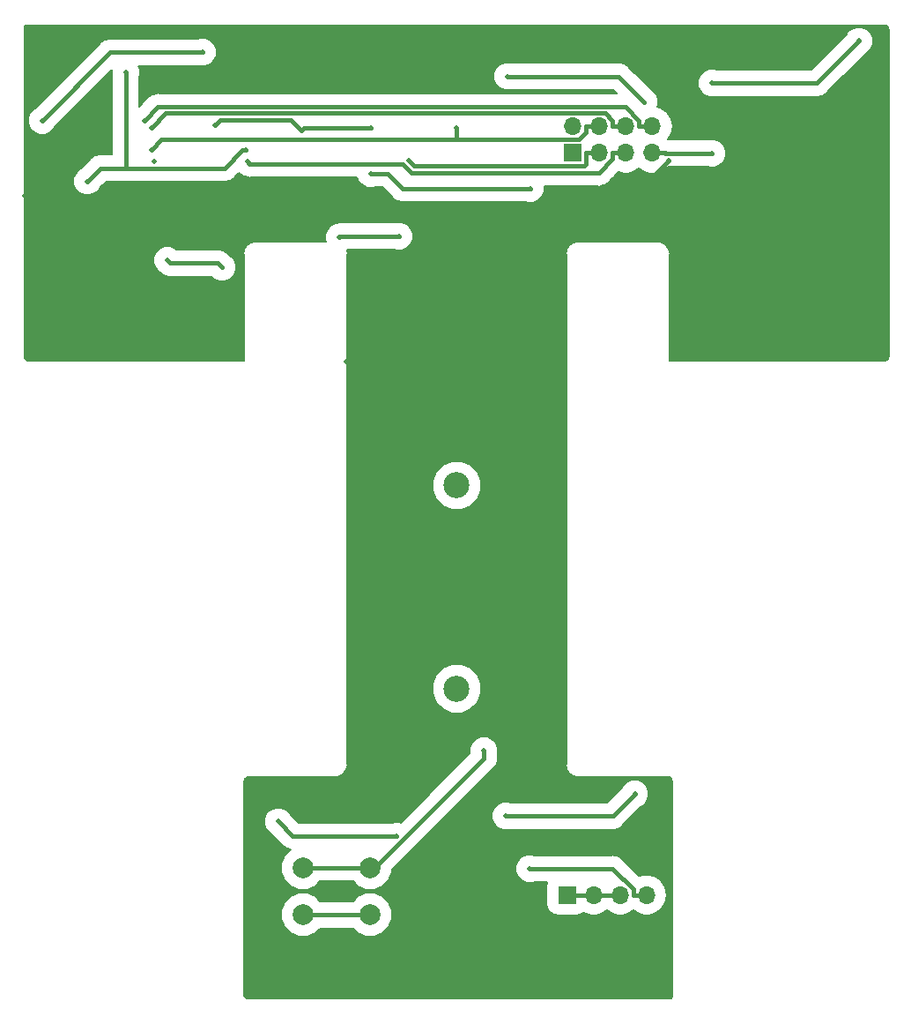
<source format=gbr>
G04 #@! TF.GenerationSoftware,KiCad,Pcbnew,(5.0.0)*
G04 #@! TF.CreationDate,2019-03-24T20:36:12-04:00*
G04 #@! TF.ProjectId,WS2812B Tiny T,575332383132422054696E7920542E6B,rev?*
G04 #@! TF.SameCoordinates,Original*
G04 #@! TF.FileFunction,Copper,L2,Bot,Signal*
G04 #@! TF.FilePolarity,Positive*
%FSLAX46Y46*%
G04 Gerber Fmt 4.6, Leading zero omitted, Abs format (unit mm)*
G04 Created by KiCad (PCBNEW (5.0.0)) date 03/24/19 20:36:12*
%MOMM*%
%LPD*%
G01*
G04 APERTURE LIST*
G04 #@! TA.AperFunction,ComponentPad*
%ADD10C,2.500000*%
G04 #@! TD*
G04 #@! TA.AperFunction,ComponentPad*
%ADD11O,1.700000X1.700000*%
G04 #@! TD*
G04 #@! TA.AperFunction,ComponentPad*
%ADD12R,1.700000X1.700000*%
G04 #@! TD*
G04 #@! TA.AperFunction,ComponentPad*
%ADD13C,2.000000*%
G04 #@! TD*
G04 #@! TA.AperFunction,ViaPad*
%ADD14C,0.500000*%
G04 #@! TD*
G04 #@! TA.AperFunction,Conductor*
%ADD15C,0.400000*%
G04 #@! TD*
G04 #@! TA.AperFunction,Conductor*
%ADD16C,0.200000*%
G04 #@! TD*
G04 APERTURE END LIST*
D10*
G04 #@! TO.P,J1,1*
G04 #@! TO.N,Net-(J1-Pad1)*
X127512000Y-121412000D03*
G04 #@! TO.P,J1,2*
G04 #@! TO.N,+BATT*
X127512000Y-101912000D03*
G04 #@! TD*
D11*
G04 #@! TO.P,J2,4*
G04 #@! TO.N,GND*
X145732000Y-141222500D03*
G04 #@! TO.P,J2,3*
G04 #@! TO.N,Net-(J1-Pad1)*
X143192000Y-141222500D03*
G04 #@! TO.P,J2,2*
X140652000Y-141222500D03*
D12*
G04 #@! TO.P,J2,1*
X138112000Y-141222500D03*
G04 #@! TD*
D13*
G04 #@! TO.P,SW1,1*
G04 #@! TO.N,BTN*
X119212000Y-138622500D03*
G04 #@! TO.P,SW1,2*
G04 #@! TO.N,GND*
X119212000Y-143122500D03*
G04 #@! TO.P,SW1,1*
G04 #@! TO.N,BTN*
X112712000Y-138622500D03*
G04 #@! TO.P,SW1,2*
G04 #@! TO.N,GND*
X112712000Y-143122500D03*
G04 #@! TD*
D11*
G04 #@! TO.P,J3,8*
G04 #@! TO.N,PB0*
X146300000Y-67453500D03*
G04 #@! TO.P,J3,7*
G04 #@! TO.N,GND*
X146300000Y-69993500D03*
G04 #@! TO.P,J3,6*
G04 #@! TO.N,DIN*
X143760000Y-67453500D03*
G04 #@! TO.P,J3,5*
G04 #@! TO.N,PB4*
X143760000Y-69993500D03*
G04 #@! TO.P,J3,4*
G04 #@! TO.N,BTN*
X141220000Y-67453500D03*
G04 #@! TO.P,J3,3*
G04 #@! TO.N,PB3*
X141220000Y-69993500D03*
G04 #@! TO.P,J3,2*
G04 #@! TO.N,+5V*
X138680000Y-67453500D03*
D12*
G04 #@! TO.P,J3,1*
G04 #@! TO.N,RST*
X138680000Y-69993500D03*
G04 #@! TD*
D14*
G04 #@! TO.N,GND*
X116225100Y-78067800D03*
X121955500Y-77972000D03*
X134531300Y-138692800D03*
X152047700Y-70009700D03*
X107251500Y-69723000D03*
X92011500Y-72707500D03*
X95707000Y-62242500D03*
X112585500Y-67818000D03*
X104267000Y-67310000D03*
X119253000Y-67564000D03*
G04 #@! TO.N,+5V*
X147889500Y-70724800D03*
X142424800Y-72576000D03*
X130401700Y-89446100D03*
X160326200Y-82232500D03*
X130401700Y-75425300D03*
X98440400Y-70777100D03*
X134874000Y-144770800D03*
X124268700Y-144767300D03*
X122237700Y-144907100D03*
X95270000Y-85077300D03*
X95270000Y-82080100D03*
X160906300Y-84518500D03*
X129786300Y-92087700D03*
X116931700Y-90055700D03*
X85951700Y-74104500D03*
X116027200Y-130712100D03*
X137273400Y-59042500D03*
G04 #@! TO.N,DIN*
X98179100Y-67549200D03*
G04 #@! TO.N,Net-(U4-Pad2)*
X103067500Y-60337300D03*
X87676300Y-66875700D03*
G04 #@! TO.N,Net-(U8-Pad2)*
X132397900Y-62628200D03*
X145535500Y-65088700D03*
G04 #@! TO.N,Net-(U10-Pad2)*
X166160800Y-59240000D03*
X152047700Y-63300500D03*
G04 #@! TO.N,Net-(U24-Pad2)*
X144618900Y-131522200D03*
X132217200Y-133637400D03*
G04 #@! TO.N,Net-(U30-Pad2)*
X121751400Y-135565400D03*
X110356800Y-134167800D03*
G04 #@! TO.N,BTN*
X130128100Y-127357400D03*
X127509500Y-67577200D03*
X98179100Y-69678300D03*
G04 #@! TO.N,Net-(U39-Pad2)*
X99720400Y-80302100D03*
X104952800Y-80962500D03*
G04 #@! TO.N,PB3*
X122938600Y-70749800D03*
G04 #@! TO.N,PB4*
X107378500Y-70802500D03*
G04 #@! TO.N,PB0*
X97498000Y-66864000D03*
G04 #@! TO.N,RST*
X119227600Y-71970900D03*
X134569200Y-73393300D03*
G04 #@! TD*
D15*
G04 #@! TO.N,GND*
X121955500Y-77972000D02*
X116320900Y-77972000D01*
X116320900Y-77972000D02*
X116225100Y-78067800D01*
X145732000Y-141222500D02*
X144471700Y-141222500D01*
X144471700Y-141222500D02*
X144471700Y-140671100D01*
X144471700Y-140671100D02*
X142493400Y-138692800D01*
X142493400Y-138692800D02*
X134531300Y-138692800D01*
X146300000Y-69993500D02*
X147560300Y-69993500D01*
X152047700Y-70009700D02*
X147576500Y-70009700D01*
X147576500Y-70009700D02*
X147560300Y-69993500D01*
X112712000Y-143122500D02*
X119212000Y-143122500D01*
X107251500Y-69723000D02*
X106897947Y-69723000D01*
X106897947Y-69723000D02*
X105183846Y-71437101D01*
X94043101Y-71437101D02*
X93281899Y-71437101D01*
X93281899Y-71437101D02*
X92011500Y-72707500D01*
X95707000Y-71386101D02*
X95758000Y-71437101D01*
X95707000Y-62242500D02*
X95707000Y-71386101D01*
X105183846Y-71437101D02*
X95758000Y-71437101D01*
X95758000Y-71437101D02*
X94043101Y-71437101D01*
X111552410Y-66784910D02*
X104792090Y-66784910D01*
X112585500Y-67818000D02*
X111552410Y-66784910D01*
X104792090Y-66784910D02*
X104267000Y-67310000D01*
X112839500Y-67564000D02*
X112585500Y-67818000D01*
X119253000Y-67564000D02*
X112839500Y-67564000D01*
G04 #@! TO.N,+5V*
X142424800Y-72576000D02*
X146038300Y-72576000D01*
X146038300Y-72576000D02*
X147889500Y-70724800D01*
G04 #@! TO.N,DIN*
X143760000Y-67453500D02*
X142499700Y-67453500D01*
X98179100Y-67549200D02*
X99553400Y-66174900D01*
X99553400Y-66174900D02*
X141743400Y-66174900D01*
X141743400Y-66174900D02*
X142499700Y-66931200D01*
X142499700Y-66931200D02*
X142499700Y-67453500D01*
G04 #@! TO.N,Net-(U4-Pad2)*
X87676300Y-66875700D02*
X94214700Y-60337300D01*
X94214700Y-60337300D02*
X103067500Y-60337300D01*
G04 #@! TO.N,Net-(U8-Pad2)*
X145535500Y-65088700D02*
X143075000Y-62628200D01*
X143075000Y-62628200D02*
X132397900Y-62628200D01*
G04 #@! TO.N,Net-(U10-Pad2)*
X152047700Y-63300500D02*
X162100300Y-63300500D01*
X162100300Y-63300500D02*
X166160800Y-59240000D01*
G04 #@! TO.N,Net-(U24-Pad2)*
X132217200Y-133637400D02*
X142503700Y-133637400D01*
X142503700Y-133637400D02*
X144618900Y-131522200D01*
G04 #@! TO.N,Net-(U30-Pad2)*
X110356800Y-134167800D02*
X111754400Y-135565400D01*
X111754400Y-135565400D02*
X121751400Y-135565400D01*
G04 #@! TO.N,Net-(J1-Pad1)*
X140652000Y-141222500D02*
X143192000Y-141222500D01*
X138112000Y-141222500D02*
X140652000Y-141222500D01*
G04 #@! TO.N,BTN*
X119212000Y-138622500D02*
X119628100Y-138622500D01*
X119628100Y-138622500D02*
X130128100Y-128122500D01*
X130128100Y-128122500D02*
X130128100Y-127357400D01*
X127509500Y-68713800D02*
X99143600Y-68713800D01*
X99143600Y-68713800D02*
X98179100Y-69678300D01*
X139959700Y-67453500D02*
X139959700Y-68005000D01*
X139959700Y-68005000D02*
X139250900Y-68713800D01*
X139250900Y-68713800D02*
X127509500Y-68713800D01*
X127509500Y-68713800D02*
X127509500Y-67577200D01*
X112712000Y-138622500D02*
X119212000Y-138622500D01*
X141220000Y-67453500D02*
X139959700Y-67453500D01*
G04 #@! TO.N,Net-(U39-Pad2)*
X99970399Y-80552099D02*
X101341999Y-80552099D01*
X99720400Y-80302100D02*
X99970399Y-80552099D01*
X101341999Y-80552099D02*
X101346000Y-80556100D01*
X101346000Y-80556100D02*
X104546400Y-80556100D01*
X104546400Y-80556100D02*
X104952800Y-80962500D01*
G04 #@! TO.N,PB3*
X141220000Y-69993500D02*
X139959700Y-69993500D01*
X122938600Y-70749800D02*
X123442700Y-71253900D01*
X123442700Y-71253900D02*
X139775100Y-71253900D01*
X139775100Y-71253900D02*
X139959700Y-71069300D01*
X139959700Y-71069300D02*
X139959700Y-69993500D01*
G04 #@! TO.N,PB4*
X143760000Y-69993500D02*
X142499700Y-69993500D01*
X142499700Y-69993500D02*
X142499700Y-70544900D01*
X142499700Y-70544900D02*
X141158500Y-71886100D01*
X141158500Y-71886100D02*
X123124600Y-71886100D01*
X123124600Y-71886100D02*
X122278200Y-71039700D01*
X122278200Y-71039700D02*
X107615700Y-71039700D01*
X107615700Y-71039700D02*
X107378500Y-70802500D01*
G04 #@! TO.N,PB0*
X97498000Y-66864000D02*
X98799900Y-65562100D01*
X98799900Y-65562100D02*
X143699700Y-65562100D01*
X143699700Y-65562100D02*
X145039700Y-66902100D01*
X145039700Y-66902100D02*
X145039700Y-67453500D01*
X146300000Y-67453500D02*
X145039700Y-67453500D01*
G04 #@! TO.N,RST*
X119227600Y-71970900D02*
X120904000Y-71970900D01*
X120904000Y-71970900D02*
X122326400Y-73393300D01*
X122326400Y-73393300D02*
X134569200Y-73393300D01*
G04 #@! TD*
D16*
G04 #@! TO.N,+5V*
G36*
X168763810Y-57787609D02*
X168859996Y-57839509D01*
X168934186Y-57919767D01*
X168987935Y-58041345D01*
X169005000Y-58176426D01*
X169005001Y-89501378D01*
X168970891Y-89706310D01*
X168918991Y-89802497D01*
X168838734Y-89876685D01*
X168717155Y-89930435D01*
X168582074Y-89947500D01*
X147987000Y-89947500D01*
X147987000Y-79808224D01*
X148010019Y-79692500D01*
X147918825Y-79234038D01*
X147659127Y-78845373D01*
X147270462Y-78585675D01*
X146927724Y-78517500D01*
X146812000Y-78494481D01*
X146696276Y-78517500D01*
X139307724Y-78517500D01*
X139192000Y-78494481D01*
X139076276Y-78517500D01*
X138733538Y-78585675D01*
X138344873Y-78845373D01*
X138085175Y-79234038D01*
X137993981Y-79692500D01*
X138017000Y-79808224D01*
X138017001Y-128598771D01*
X137993981Y-128714500D01*
X138085175Y-129172962D01*
X138344873Y-129561627D01*
X138733538Y-129821325D01*
X139076276Y-129889500D01*
X139192000Y-129912519D01*
X139307724Y-129889500D01*
X147730883Y-129889500D01*
X147935810Y-129923609D01*
X148031996Y-129975509D01*
X148106186Y-130055767D01*
X148159935Y-130177345D01*
X148177000Y-130312426D01*
X148177001Y-150963697D01*
X148154238Y-151092792D01*
X148140890Y-151115912D01*
X148120436Y-151133074D01*
X148046021Y-151160159D01*
X148030697Y-151161500D01*
X107539116Y-151161500D01*
X107334190Y-151127391D01*
X107238003Y-151075491D01*
X107163815Y-150995234D01*
X107110065Y-150873655D01*
X107093000Y-150738574D01*
X107093000Y-142704784D01*
X110612000Y-142704784D01*
X110612000Y-143540216D01*
X110931706Y-144312054D01*
X111522446Y-144902794D01*
X112294284Y-145222500D01*
X113129716Y-145222500D01*
X113901554Y-144902794D01*
X114381848Y-144422500D01*
X117542152Y-144422500D01*
X118022446Y-144902794D01*
X118794284Y-145222500D01*
X119629716Y-145222500D01*
X120401554Y-144902794D01*
X120992294Y-144312054D01*
X121312000Y-143540216D01*
X121312000Y-142704784D01*
X120992294Y-141932946D01*
X120401554Y-141342206D01*
X119629716Y-141022500D01*
X118794284Y-141022500D01*
X118022446Y-141342206D01*
X117542152Y-141822500D01*
X114381848Y-141822500D01*
X113901554Y-141342206D01*
X113129716Y-141022500D01*
X112294284Y-141022500D01*
X111522446Y-141342206D01*
X110931706Y-141932946D01*
X110612000Y-142704784D01*
X107093000Y-142704784D01*
X107093000Y-133899268D01*
X109006800Y-133899268D01*
X109006800Y-134436332D01*
X109212325Y-134932514D01*
X109592086Y-135312275D01*
X109712800Y-135362276D01*
X110744626Y-136394102D01*
X110817153Y-136502647D01*
X111247165Y-136789973D01*
X111520341Y-136844311D01*
X110931706Y-137432946D01*
X110612000Y-138204784D01*
X110612000Y-139040216D01*
X110931706Y-139812054D01*
X111522446Y-140402794D01*
X112294284Y-140722500D01*
X113129716Y-140722500D01*
X113901554Y-140402794D01*
X114381848Y-139922500D01*
X117542152Y-139922500D01*
X118022446Y-140402794D01*
X118794284Y-140722500D01*
X119629716Y-140722500D01*
X120401554Y-140402794D01*
X120992294Y-139812054D01*
X121312000Y-139040216D01*
X121312000Y-138777076D01*
X121664808Y-138424268D01*
X133181300Y-138424268D01*
X133181300Y-138961332D01*
X133386825Y-139457514D01*
X133766586Y-139837275D01*
X134262768Y-140042800D01*
X134799832Y-140042800D01*
X134920543Y-139992800D01*
X136215977Y-139992800D01*
X136140450Y-140372500D01*
X136140450Y-142072500D01*
X136225823Y-142501699D01*
X136468944Y-142865556D01*
X136832801Y-143108677D01*
X137262000Y-143194050D01*
X138962000Y-143194050D01*
X139391199Y-143108677D01*
X139678079Y-142916991D01*
X139891148Y-143059359D01*
X140459946Y-143172500D01*
X140844054Y-143172500D01*
X141412852Y-143059359D01*
X141922000Y-142719157D01*
X142431148Y-143059359D01*
X142999946Y-143172500D01*
X143384054Y-143172500D01*
X143952852Y-143059359D01*
X144462000Y-142719157D01*
X144971148Y-143059359D01*
X145539946Y-143172500D01*
X145924054Y-143172500D01*
X146492852Y-143059359D01*
X147137871Y-142628371D01*
X147568859Y-141983352D01*
X147720202Y-141222500D01*
X147568859Y-140461648D01*
X147137871Y-139816629D01*
X146492852Y-139385641D01*
X145924054Y-139272500D01*
X145539946Y-139272500D01*
X145015830Y-139376753D01*
X143503176Y-137864100D01*
X143430647Y-137755553D01*
X143000635Y-137468227D01*
X142621437Y-137392800D01*
X142621433Y-137392800D01*
X142493400Y-137367333D01*
X142365367Y-137392800D01*
X134920543Y-137392800D01*
X134799832Y-137342800D01*
X134262768Y-137342800D01*
X133766586Y-137548325D01*
X133386825Y-137928086D01*
X133181300Y-138424268D01*
X121664808Y-138424268D01*
X126720209Y-133368868D01*
X130867200Y-133368868D01*
X130867200Y-133905932D01*
X131072725Y-134402114D01*
X131452486Y-134781875D01*
X131948668Y-134987400D01*
X132485732Y-134987400D01*
X132606443Y-134937400D01*
X142375667Y-134937400D01*
X142503700Y-134962867D01*
X142631733Y-134937400D01*
X142631737Y-134937400D01*
X143010935Y-134861973D01*
X143440947Y-134574647D01*
X143513476Y-134466100D01*
X145262901Y-132716676D01*
X145383614Y-132666675D01*
X145763375Y-132286914D01*
X145968900Y-131790732D01*
X145968900Y-131253668D01*
X145763375Y-130757486D01*
X145383614Y-130377725D01*
X144887432Y-130172200D01*
X144350368Y-130172200D01*
X143854186Y-130377725D01*
X143474425Y-130757486D01*
X143424424Y-130878199D01*
X141965224Y-132337400D01*
X132606443Y-132337400D01*
X132485732Y-132287400D01*
X131948668Y-132287400D01*
X131452486Y-132492925D01*
X131072725Y-132872686D01*
X130867200Y-133368868D01*
X126720209Y-133368868D01*
X130956806Y-129132272D01*
X131065347Y-129059747D01*
X131137872Y-128951206D01*
X131137874Y-128951204D01*
X131267142Y-128757740D01*
X131352673Y-128629735D01*
X131428100Y-128250537D01*
X131428100Y-128250532D01*
X131453567Y-128122501D01*
X131428100Y-127994469D01*
X131428100Y-127746643D01*
X131478100Y-127625932D01*
X131478100Y-127088868D01*
X131272575Y-126592686D01*
X130892814Y-126212925D01*
X130396632Y-126007400D01*
X129859568Y-126007400D01*
X129363386Y-126212925D01*
X128983625Y-126592686D01*
X128778100Y-127088868D01*
X128778100Y-127625932D01*
X128780470Y-127631653D01*
X122144942Y-134267181D01*
X122019932Y-134215400D01*
X121482868Y-134215400D01*
X121362157Y-134265400D01*
X112292877Y-134265400D01*
X111551276Y-133523800D01*
X111501275Y-133403086D01*
X111121514Y-133023325D01*
X110625332Y-132817800D01*
X110088268Y-132817800D01*
X109592086Y-133023325D01*
X109212325Y-133403086D01*
X109006800Y-133899268D01*
X107093000Y-133899268D01*
X107093000Y-130335617D01*
X107127109Y-130130690D01*
X107179009Y-130034504D01*
X107259267Y-129960314D01*
X107380845Y-129906565D01*
X107515926Y-129889500D01*
X115708276Y-129889500D01*
X115824000Y-129912519D01*
X115939724Y-129889500D01*
X116282462Y-129821325D01*
X116671127Y-129561627D01*
X116930825Y-129172962D01*
X117022019Y-128714500D01*
X116999000Y-128598776D01*
X116999000Y-120944556D01*
X125162000Y-120944556D01*
X125162000Y-121879444D01*
X125519766Y-122743168D01*
X126180832Y-123404234D01*
X127044556Y-123762000D01*
X127979444Y-123762000D01*
X128843168Y-123404234D01*
X129504234Y-122743168D01*
X129862000Y-121879444D01*
X129862000Y-120944556D01*
X129504234Y-120080832D01*
X128843168Y-119419766D01*
X127979444Y-119062000D01*
X127044556Y-119062000D01*
X126180832Y-119419766D01*
X125519766Y-120080832D01*
X125162000Y-120944556D01*
X116999000Y-120944556D01*
X116999000Y-101444556D01*
X125162000Y-101444556D01*
X125162000Y-102379444D01*
X125519766Y-103243168D01*
X126180832Y-103904234D01*
X127044556Y-104262000D01*
X127979444Y-104262000D01*
X128843168Y-103904234D01*
X129504234Y-103243168D01*
X129862000Y-102379444D01*
X129862000Y-101444556D01*
X129504234Y-100580832D01*
X128843168Y-99919766D01*
X127979444Y-99562000D01*
X127044556Y-99562000D01*
X126180832Y-99919766D01*
X125519766Y-100580832D01*
X125162000Y-101444556D01*
X116999000Y-101444556D01*
X116999000Y-79808224D01*
X117022019Y-79692500D01*
X116938376Y-79272000D01*
X121566257Y-79272000D01*
X121686968Y-79322000D01*
X122224032Y-79322000D01*
X122720214Y-79116475D01*
X123099975Y-78736714D01*
X123305500Y-78240532D01*
X123305500Y-77703468D01*
X123099975Y-77207286D01*
X122720214Y-76827525D01*
X122224032Y-76622000D01*
X121686968Y-76622000D01*
X121566257Y-76672000D01*
X116448933Y-76672000D01*
X116320900Y-76646533D01*
X116192867Y-76672000D01*
X116192863Y-76672000D01*
X115962610Y-76717800D01*
X115956568Y-76717800D01*
X115950986Y-76720112D01*
X115813665Y-76747427D01*
X115697252Y-76825212D01*
X115460386Y-76923325D01*
X115080625Y-77303086D01*
X114875100Y-77799268D01*
X114875100Y-78336332D01*
X114950142Y-78517500D01*
X108319724Y-78517500D01*
X108204000Y-78494481D01*
X108088276Y-78517500D01*
X107745538Y-78585675D01*
X107356873Y-78845373D01*
X107097175Y-79234038D01*
X107005981Y-79692500D01*
X107029000Y-79808224D01*
X107029001Y-89947500D01*
X86457116Y-89947500D01*
X86252190Y-89913391D01*
X86156003Y-89861491D01*
X86081815Y-89781234D01*
X86028065Y-89659655D01*
X86011000Y-89524574D01*
X86011000Y-80033568D01*
X98370400Y-80033568D01*
X98370400Y-80570632D01*
X98575925Y-81066814D01*
X98955686Y-81446575D01*
X99023282Y-81474574D01*
X99033152Y-81489346D01*
X99463164Y-81776672D01*
X99842362Y-81852099D01*
X99842366Y-81852099D01*
X99970399Y-81877566D01*
X100098432Y-81852099D01*
X101197849Y-81852099D01*
X101217963Y-81856100D01*
X101217968Y-81856100D01*
X101345999Y-81881567D01*
X101474031Y-81856100D01*
X103937211Y-81856100D01*
X104188086Y-82106975D01*
X104684268Y-82312500D01*
X105221332Y-82312500D01*
X105717514Y-82106975D01*
X106097275Y-81727214D01*
X106302800Y-81231032D01*
X106302800Y-80693968D01*
X106097275Y-80197786D01*
X105717514Y-79818025D01*
X105596800Y-79768024D01*
X105556176Y-79727399D01*
X105483647Y-79618853D01*
X105053635Y-79331527D01*
X104674437Y-79256100D01*
X104674433Y-79256100D01*
X104546400Y-79230633D01*
X104418367Y-79256100D01*
X101490150Y-79256100D01*
X101470036Y-79252099D01*
X101470032Y-79252099D01*
X101341999Y-79226632D01*
X101213966Y-79252099D01*
X100579588Y-79252099D01*
X100485114Y-79157625D01*
X99988932Y-78952100D01*
X99451868Y-78952100D01*
X98955686Y-79157625D01*
X98575925Y-79537386D01*
X98370400Y-80033568D01*
X86011000Y-80033568D01*
X86011000Y-66607168D01*
X86326300Y-66607168D01*
X86326300Y-67144232D01*
X86531825Y-67640414D01*
X86911586Y-68020175D01*
X87407768Y-68225700D01*
X87944832Y-68225700D01*
X88441014Y-68020175D01*
X88820775Y-67640414D01*
X88870776Y-67519700D01*
X94357000Y-62033477D01*
X94357000Y-62511032D01*
X94407000Y-62631743D01*
X94407001Y-70137101D01*
X93409930Y-70137101D01*
X93281898Y-70111634D01*
X93153867Y-70137101D01*
X93153862Y-70137101D01*
X92774664Y-70212528D01*
X92618831Y-70316653D01*
X92453195Y-70427327D01*
X92453193Y-70427329D01*
X92344652Y-70499854D01*
X92272126Y-70608396D01*
X91367500Y-71513024D01*
X91246786Y-71563025D01*
X90867025Y-71942786D01*
X90661500Y-72438968D01*
X90661500Y-72976032D01*
X90867025Y-73472214D01*
X91246786Y-73851975D01*
X91742968Y-74057500D01*
X92280032Y-74057500D01*
X92776214Y-73851975D01*
X93155975Y-73472214D01*
X93205976Y-73351500D01*
X93820376Y-72737101D01*
X95629967Y-72737101D01*
X95758000Y-72762568D01*
X95886033Y-72737101D01*
X105055813Y-72737101D01*
X105183846Y-72762568D01*
X105311879Y-72737101D01*
X105311883Y-72737101D01*
X105691081Y-72661674D01*
X106121093Y-72374348D01*
X106193622Y-72265801D01*
X106563117Y-71896306D01*
X106613786Y-71946975D01*
X106675509Y-71972542D01*
X106678453Y-71976947D01*
X107108465Y-72264273D01*
X107487663Y-72339700D01*
X107487668Y-72339700D01*
X107615699Y-72365167D01*
X107743731Y-72339700D01*
X117919132Y-72339700D01*
X118083125Y-72735614D01*
X118462886Y-73115375D01*
X118959068Y-73320900D01*
X119496132Y-73320900D01*
X119616843Y-73270900D01*
X120365523Y-73270900D01*
X121316627Y-74222005D01*
X121389153Y-74330547D01*
X121497694Y-74403072D01*
X121497696Y-74403074D01*
X121617160Y-74482897D01*
X121819165Y-74617873D01*
X122198363Y-74693300D01*
X122198368Y-74693300D01*
X122326399Y-74718767D01*
X122454431Y-74693300D01*
X134179957Y-74693300D01*
X134300668Y-74743300D01*
X134837732Y-74743300D01*
X135333914Y-74537775D01*
X135713675Y-74158014D01*
X135919200Y-73661832D01*
X135919200Y-73186100D01*
X141030467Y-73186100D01*
X141158500Y-73211567D01*
X141286533Y-73186100D01*
X141286537Y-73186100D01*
X141665735Y-73110673D01*
X142095747Y-72823347D01*
X142168276Y-72714800D01*
X143043830Y-71839247D01*
X143567946Y-71943500D01*
X143952054Y-71943500D01*
X144520852Y-71830359D01*
X145030000Y-71490157D01*
X145539148Y-71830359D01*
X146107946Y-71943500D01*
X146492054Y-71943500D01*
X147060852Y-71830359D01*
X147705871Y-71399371D01*
X147765787Y-71309700D01*
X151658457Y-71309700D01*
X151779168Y-71359700D01*
X152316232Y-71359700D01*
X152812414Y-71154175D01*
X153192175Y-70774414D01*
X153397700Y-70278232D01*
X153397700Y-69741168D01*
X153192175Y-69244986D01*
X152812414Y-68865225D01*
X152316232Y-68659700D01*
X151779168Y-68659700D01*
X151658457Y-68709700D01*
X147805878Y-68709700D01*
X148136859Y-68214352D01*
X148288202Y-67453500D01*
X148136859Y-66692648D01*
X147705871Y-66047629D01*
X147060852Y-65616641D01*
X146799576Y-65564670D01*
X146885500Y-65357232D01*
X146885500Y-64820168D01*
X146679975Y-64323986D01*
X146300214Y-63944225D01*
X146179502Y-63894225D01*
X145317245Y-63031968D01*
X150697700Y-63031968D01*
X150697700Y-63569032D01*
X150903225Y-64065214D01*
X151282986Y-64444975D01*
X151779168Y-64650500D01*
X152316232Y-64650500D01*
X152436943Y-64600500D01*
X161972267Y-64600500D01*
X162100300Y-64625967D01*
X162228333Y-64600500D01*
X162228337Y-64600500D01*
X162607535Y-64525073D01*
X163037547Y-64237747D01*
X163110076Y-64129200D01*
X166804803Y-60434475D01*
X166925514Y-60384475D01*
X167305275Y-60004714D01*
X167510800Y-59508532D01*
X167510800Y-58971468D01*
X167305275Y-58475286D01*
X166925514Y-58095525D01*
X166429332Y-57890000D01*
X165892268Y-57890000D01*
X165396086Y-58095525D01*
X165016325Y-58475286D01*
X164966325Y-58595997D01*
X161561824Y-62000500D01*
X152436943Y-62000500D01*
X152316232Y-61950500D01*
X151779168Y-61950500D01*
X151282986Y-62156025D01*
X150903225Y-62535786D01*
X150697700Y-63031968D01*
X145317245Y-63031968D01*
X144084776Y-61799500D01*
X144012247Y-61690953D01*
X143582235Y-61403627D01*
X143203037Y-61328200D01*
X143203033Y-61328200D01*
X143075000Y-61302733D01*
X142946967Y-61328200D01*
X132787143Y-61328200D01*
X132666432Y-61278200D01*
X132129368Y-61278200D01*
X131633186Y-61483725D01*
X131253425Y-61863486D01*
X131047900Y-62359668D01*
X131047900Y-62896732D01*
X131253425Y-63392914D01*
X131633186Y-63772675D01*
X132129368Y-63978200D01*
X132666432Y-63978200D01*
X132787143Y-63928200D01*
X142536524Y-63928200D01*
X142870423Y-64262100D01*
X98927933Y-64262100D01*
X98799900Y-64236633D01*
X98671867Y-64262100D01*
X98671863Y-64262100D01*
X98292665Y-64337527D01*
X97862653Y-64624853D01*
X97790126Y-64733398D01*
X97007000Y-65516524D01*
X97007000Y-62631743D01*
X97057000Y-62511032D01*
X97057000Y-61973968D01*
X96917548Y-61637300D01*
X102678257Y-61637300D01*
X102798968Y-61687300D01*
X103336032Y-61687300D01*
X103832214Y-61481775D01*
X104211975Y-61102014D01*
X104417500Y-60605832D01*
X104417500Y-60068768D01*
X104211975Y-59572586D01*
X103832214Y-59192825D01*
X103336032Y-58987300D01*
X102798968Y-58987300D01*
X102678257Y-59037300D01*
X94342733Y-59037300D01*
X94214700Y-59011833D01*
X94086667Y-59037300D01*
X94086663Y-59037300D01*
X93707465Y-59112727D01*
X93277453Y-59400053D01*
X93204926Y-59508597D01*
X87032300Y-65681224D01*
X86911586Y-65731225D01*
X86531825Y-66110986D01*
X86326300Y-66607168D01*
X86011000Y-66607168D01*
X86011000Y-57753500D01*
X168558883Y-57753500D01*
X168763810Y-57787609D01*
X168763810Y-57787609D01*
G37*
X168763810Y-57787609D02*
X168859996Y-57839509D01*
X168934186Y-57919767D01*
X168987935Y-58041345D01*
X169005000Y-58176426D01*
X169005001Y-89501378D01*
X168970891Y-89706310D01*
X168918991Y-89802497D01*
X168838734Y-89876685D01*
X168717155Y-89930435D01*
X168582074Y-89947500D01*
X147987000Y-89947500D01*
X147987000Y-79808224D01*
X148010019Y-79692500D01*
X147918825Y-79234038D01*
X147659127Y-78845373D01*
X147270462Y-78585675D01*
X146927724Y-78517500D01*
X146812000Y-78494481D01*
X146696276Y-78517500D01*
X139307724Y-78517500D01*
X139192000Y-78494481D01*
X139076276Y-78517500D01*
X138733538Y-78585675D01*
X138344873Y-78845373D01*
X138085175Y-79234038D01*
X137993981Y-79692500D01*
X138017000Y-79808224D01*
X138017001Y-128598771D01*
X137993981Y-128714500D01*
X138085175Y-129172962D01*
X138344873Y-129561627D01*
X138733538Y-129821325D01*
X139076276Y-129889500D01*
X139192000Y-129912519D01*
X139307724Y-129889500D01*
X147730883Y-129889500D01*
X147935810Y-129923609D01*
X148031996Y-129975509D01*
X148106186Y-130055767D01*
X148159935Y-130177345D01*
X148177000Y-130312426D01*
X148177001Y-150963697D01*
X148154238Y-151092792D01*
X148140890Y-151115912D01*
X148120436Y-151133074D01*
X148046021Y-151160159D01*
X148030697Y-151161500D01*
X107539116Y-151161500D01*
X107334190Y-151127391D01*
X107238003Y-151075491D01*
X107163815Y-150995234D01*
X107110065Y-150873655D01*
X107093000Y-150738574D01*
X107093000Y-142704784D01*
X110612000Y-142704784D01*
X110612000Y-143540216D01*
X110931706Y-144312054D01*
X111522446Y-144902794D01*
X112294284Y-145222500D01*
X113129716Y-145222500D01*
X113901554Y-144902794D01*
X114381848Y-144422500D01*
X117542152Y-144422500D01*
X118022446Y-144902794D01*
X118794284Y-145222500D01*
X119629716Y-145222500D01*
X120401554Y-144902794D01*
X120992294Y-144312054D01*
X121312000Y-143540216D01*
X121312000Y-142704784D01*
X120992294Y-141932946D01*
X120401554Y-141342206D01*
X119629716Y-141022500D01*
X118794284Y-141022500D01*
X118022446Y-141342206D01*
X117542152Y-141822500D01*
X114381848Y-141822500D01*
X113901554Y-141342206D01*
X113129716Y-141022500D01*
X112294284Y-141022500D01*
X111522446Y-141342206D01*
X110931706Y-141932946D01*
X110612000Y-142704784D01*
X107093000Y-142704784D01*
X107093000Y-133899268D01*
X109006800Y-133899268D01*
X109006800Y-134436332D01*
X109212325Y-134932514D01*
X109592086Y-135312275D01*
X109712800Y-135362276D01*
X110744626Y-136394102D01*
X110817153Y-136502647D01*
X111247165Y-136789973D01*
X111520341Y-136844311D01*
X110931706Y-137432946D01*
X110612000Y-138204784D01*
X110612000Y-139040216D01*
X110931706Y-139812054D01*
X111522446Y-140402794D01*
X112294284Y-140722500D01*
X113129716Y-140722500D01*
X113901554Y-140402794D01*
X114381848Y-139922500D01*
X117542152Y-139922500D01*
X118022446Y-140402794D01*
X118794284Y-140722500D01*
X119629716Y-140722500D01*
X120401554Y-140402794D01*
X120992294Y-139812054D01*
X121312000Y-139040216D01*
X121312000Y-138777076D01*
X121664808Y-138424268D01*
X133181300Y-138424268D01*
X133181300Y-138961332D01*
X133386825Y-139457514D01*
X133766586Y-139837275D01*
X134262768Y-140042800D01*
X134799832Y-140042800D01*
X134920543Y-139992800D01*
X136215977Y-139992800D01*
X136140450Y-140372500D01*
X136140450Y-142072500D01*
X136225823Y-142501699D01*
X136468944Y-142865556D01*
X136832801Y-143108677D01*
X137262000Y-143194050D01*
X138962000Y-143194050D01*
X139391199Y-143108677D01*
X139678079Y-142916991D01*
X139891148Y-143059359D01*
X140459946Y-143172500D01*
X140844054Y-143172500D01*
X141412852Y-143059359D01*
X141922000Y-142719157D01*
X142431148Y-143059359D01*
X142999946Y-143172500D01*
X143384054Y-143172500D01*
X143952852Y-143059359D01*
X144462000Y-142719157D01*
X144971148Y-143059359D01*
X145539946Y-143172500D01*
X145924054Y-143172500D01*
X146492852Y-143059359D01*
X147137871Y-142628371D01*
X147568859Y-141983352D01*
X147720202Y-141222500D01*
X147568859Y-140461648D01*
X147137871Y-139816629D01*
X146492852Y-139385641D01*
X145924054Y-139272500D01*
X145539946Y-139272500D01*
X145015830Y-139376753D01*
X143503176Y-137864100D01*
X143430647Y-137755553D01*
X143000635Y-137468227D01*
X142621437Y-137392800D01*
X142621433Y-137392800D01*
X142493400Y-137367333D01*
X142365367Y-137392800D01*
X134920543Y-137392800D01*
X134799832Y-137342800D01*
X134262768Y-137342800D01*
X133766586Y-137548325D01*
X133386825Y-137928086D01*
X133181300Y-138424268D01*
X121664808Y-138424268D01*
X126720209Y-133368868D01*
X130867200Y-133368868D01*
X130867200Y-133905932D01*
X131072725Y-134402114D01*
X131452486Y-134781875D01*
X131948668Y-134987400D01*
X132485732Y-134987400D01*
X132606443Y-134937400D01*
X142375667Y-134937400D01*
X142503700Y-134962867D01*
X142631733Y-134937400D01*
X142631737Y-134937400D01*
X143010935Y-134861973D01*
X143440947Y-134574647D01*
X143513476Y-134466100D01*
X145262901Y-132716676D01*
X145383614Y-132666675D01*
X145763375Y-132286914D01*
X145968900Y-131790732D01*
X145968900Y-131253668D01*
X145763375Y-130757486D01*
X145383614Y-130377725D01*
X144887432Y-130172200D01*
X144350368Y-130172200D01*
X143854186Y-130377725D01*
X143474425Y-130757486D01*
X143424424Y-130878199D01*
X141965224Y-132337400D01*
X132606443Y-132337400D01*
X132485732Y-132287400D01*
X131948668Y-132287400D01*
X131452486Y-132492925D01*
X131072725Y-132872686D01*
X130867200Y-133368868D01*
X126720209Y-133368868D01*
X130956806Y-129132272D01*
X131065347Y-129059747D01*
X131137872Y-128951206D01*
X131137874Y-128951204D01*
X131267142Y-128757740D01*
X131352673Y-128629735D01*
X131428100Y-128250537D01*
X131428100Y-128250532D01*
X131453567Y-128122501D01*
X131428100Y-127994469D01*
X131428100Y-127746643D01*
X131478100Y-127625932D01*
X131478100Y-127088868D01*
X131272575Y-126592686D01*
X130892814Y-126212925D01*
X130396632Y-126007400D01*
X129859568Y-126007400D01*
X129363386Y-126212925D01*
X128983625Y-126592686D01*
X128778100Y-127088868D01*
X128778100Y-127625932D01*
X128780470Y-127631653D01*
X122144942Y-134267181D01*
X122019932Y-134215400D01*
X121482868Y-134215400D01*
X121362157Y-134265400D01*
X112292877Y-134265400D01*
X111551276Y-133523800D01*
X111501275Y-133403086D01*
X111121514Y-133023325D01*
X110625332Y-132817800D01*
X110088268Y-132817800D01*
X109592086Y-133023325D01*
X109212325Y-133403086D01*
X109006800Y-133899268D01*
X107093000Y-133899268D01*
X107093000Y-130335617D01*
X107127109Y-130130690D01*
X107179009Y-130034504D01*
X107259267Y-129960314D01*
X107380845Y-129906565D01*
X107515926Y-129889500D01*
X115708276Y-129889500D01*
X115824000Y-129912519D01*
X115939724Y-129889500D01*
X116282462Y-129821325D01*
X116671127Y-129561627D01*
X116930825Y-129172962D01*
X117022019Y-128714500D01*
X116999000Y-128598776D01*
X116999000Y-120944556D01*
X125162000Y-120944556D01*
X125162000Y-121879444D01*
X125519766Y-122743168D01*
X126180832Y-123404234D01*
X127044556Y-123762000D01*
X127979444Y-123762000D01*
X128843168Y-123404234D01*
X129504234Y-122743168D01*
X129862000Y-121879444D01*
X129862000Y-120944556D01*
X129504234Y-120080832D01*
X128843168Y-119419766D01*
X127979444Y-119062000D01*
X127044556Y-119062000D01*
X126180832Y-119419766D01*
X125519766Y-120080832D01*
X125162000Y-120944556D01*
X116999000Y-120944556D01*
X116999000Y-101444556D01*
X125162000Y-101444556D01*
X125162000Y-102379444D01*
X125519766Y-103243168D01*
X126180832Y-103904234D01*
X127044556Y-104262000D01*
X127979444Y-104262000D01*
X128843168Y-103904234D01*
X129504234Y-103243168D01*
X129862000Y-102379444D01*
X129862000Y-101444556D01*
X129504234Y-100580832D01*
X128843168Y-99919766D01*
X127979444Y-99562000D01*
X127044556Y-99562000D01*
X126180832Y-99919766D01*
X125519766Y-100580832D01*
X125162000Y-101444556D01*
X116999000Y-101444556D01*
X116999000Y-79808224D01*
X117022019Y-79692500D01*
X116938376Y-79272000D01*
X121566257Y-79272000D01*
X121686968Y-79322000D01*
X122224032Y-79322000D01*
X122720214Y-79116475D01*
X123099975Y-78736714D01*
X123305500Y-78240532D01*
X123305500Y-77703468D01*
X123099975Y-77207286D01*
X122720214Y-76827525D01*
X122224032Y-76622000D01*
X121686968Y-76622000D01*
X121566257Y-76672000D01*
X116448933Y-76672000D01*
X116320900Y-76646533D01*
X116192867Y-76672000D01*
X116192863Y-76672000D01*
X115962610Y-76717800D01*
X115956568Y-76717800D01*
X115950986Y-76720112D01*
X115813665Y-76747427D01*
X115697252Y-76825212D01*
X115460386Y-76923325D01*
X115080625Y-77303086D01*
X114875100Y-77799268D01*
X114875100Y-78336332D01*
X114950142Y-78517500D01*
X108319724Y-78517500D01*
X108204000Y-78494481D01*
X108088276Y-78517500D01*
X107745538Y-78585675D01*
X107356873Y-78845373D01*
X107097175Y-79234038D01*
X107005981Y-79692500D01*
X107029000Y-79808224D01*
X107029001Y-89947500D01*
X86457116Y-89947500D01*
X86252190Y-89913391D01*
X86156003Y-89861491D01*
X86081815Y-89781234D01*
X86028065Y-89659655D01*
X86011000Y-89524574D01*
X86011000Y-80033568D01*
X98370400Y-80033568D01*
X98370400Y-80570632D01*
X98575925Y-81066814D01*
X98955686Y-81446575D01*
X99023282Y-81474574D01*
X99033152Y-81489346D01*
X99463164Y-81776672D01*
X99842362Y-81852099D01*
X99842366Y-81852099D01*
X99970399Y-81877566D01*
X100098432Y-81852099D01*
X101197849Y-81852099D01*
X101217963Y-81856100D01*
X101217968Y-81856100D01*
X101345999Y-81881567D01*
X101474031Y-81856100D01*
X103937211Y-81856100D01*
X104188086Y-82106975D01*
X104684268Y-82312500D01*
X105221332Y-82312500D01*
X105717514Y-82106975D01*
X106097275Y-81727214D01*
X106302800Y-81231032D01*
X106302800Y-80693968D01*
X106097275Y-80197786D01*
X105717514Y-79818025D01*
X105596800Y-79768024D01*
X105556176Y-79727399D01*
X105483647Y-79618853D01*
X105053635Y-79331527D01*
X104674437Y-79256100D01*
X104674433Y-79256100D01*
X104546400Y-79230633D01*
X104418367Y-79256100D01*
X101490150Y-79256100D01*
X101470036Y-79252099D01*
X101470032Y-79252099D01*
X101341999Y-79226632D01*
X101213966Y-79252099D01*
X100579588Y-79252099D01*
X100485114Y-79157625D01*
X99988932Y-78952100D01*
X99451868Y-78952100D01*
X98955686Y-79157625D01*
X98575925Y-79537386D01*
X98370400Y-80033568D01*
X86011000Y-80033568D01*
X86011000Y-66607168D01*
X86326300Y-66607168D01*
X86326300Y-67144232D01*
X86531825Y-67640414D01*
X86911586Y-68020175D01*
X87407768Y-68225700D01*
X87944832Y-68225700D01*
X88441014Y-68020175D01*
X88820775Y-67640414D01*
X88870776Y-67519700D01*
X94357000Y-62033477D01*
X94357000Y-62511032D01*
X94407000Y-62631743D01*
X94407001Y-70137101D01*
X93409930Y-70137101D01*
X93281898Y-70111634D01*
X93153867Y-70137101D01*
X93153862Y-70137101D01*
X92774664Y-70212528D01*
X92618831Y-70316653D01*
X92453195Y-70427327D01*
X92453193Y-70427329D01*
X92344652Y-70499854D01*
X92272126Y-70608396D01*
X91367500Y-71513024D01*
X91246786Y-71563025D01*
X90867025Y-71942786D01*
X90661500Y-72438968D01*
X90661500Y-72976032D01*
X90867025Y-73472214D01*
X91246786Y-73851975D01*
X91742968Y-74057500D01*
X92280032Y-74057500D01*
X92776214Y-73851975D01*
X93155975Y-73472214D01*
X93205976Y-73351500D01*
X93820376Y-72737101D01*
X95629967Y-72737101D01*
X95758000Y-72762568D01*
X95886033Y-72737101D01*
X105055813Y-72737101D01*
X105183846Y-72762568D01*
X105311879Y-72737101D01*
X105311883Y-72737101D01*
X105691081Y-72661674D01*
X106121093Y-72374348D01*
X106193622Y-72265801D01*
X106563117Y-71896306D01*
X106613786Y-71946975D01*
X106675509Y-71972542D01*
X106678453Y-71976947D01*
X107108465Y-72264273D01*
X107487663Y-72339700D01*
X107487668Y-72339700D01*
X107615699Y-72365167D01*
X107743731Y-72339700D01*
X117919132Y-72339700D01*
X118083125Y-72735614D01*
X118462886Y-73115375D01*
X118959068Y-73320900D01*
X119496132Y-73320900D01*
X119616843Y-73270900D01*
X120365523Y-73270900D01*
X121316627Y-74222005D01*
X121389153Y-74330547D01*
X121497694Y-74403072D01*
X121497696Y-74403074D01*
X121617160Y-74482897D01*
X121819165Y-74617873D01*
X122198363Y-74693300D01*
X122198368Y-74693300D01*
X122326399Y-74718767D01*
X122454431Y-74693300D01*
X134179957Y-74693300D01*
X134300668Y-74743300D01*
X134837732Y-74743300D01*
X135333914Y-74537775D01*
X135713675Y-74158014D01*
X135919200Y-73661832D01*
X135919200Y-73186100D01*
X141030467Y-73186100D01*
X141158500Y-73211567D01*
X141286533Y-73186100D01*
X141286537Y-73186100D01*
X141665735Y-73110673D01*
X142095747Y-72823347D01*
X142168276Y-72714800D01*
X143043830Y-71839247D01*
X143567946Y-71943500D01*
X143952054Y-71943500D01*
X144520852Y-71830359D01*
X145030000Y-71490157D01*
X145539148Y-71830359D01*
X146107946Y-71943500D01*
X146492054Y-71943500D01*
X147060852Y-71830359D01*
X147705871Y-71399371D01*
X147765787Y-71309700D01*
X151658457Y-71309700D01*
X151779168Y-71359700D01*
X152316232Y-71359700D01*
X152812414Y-71154175D01*
X153192175Y-70774414D01*
X153397700Y-70278232D01*
X153397700Y-69741168D01*
X153192175Y-69244986D01*
X152812414Y-68865225D01*
X152316232Y-68659700D01*
X151779168Y-68659700D01*
X151658457Y-68709700D01*
X147805878Y-68709700D01*
X148136859Y-68214352D01*
X148288202Y-67453500D01*
X148136859Y-66692648D01*
X147705871Y-66047629D01*
X147060852Y-65616641D01*
X146799576Y-65564670D01*
X146885500Y-65357232D01*
X146885500Y-64820168D01*
X146679975Y-64323986D01*
X146300214Y-63944225D01*
X146179502Y-63894225D01*
X145317245Y-63031968D01*
X150697700Y-63031968D01*
X150697700Y-63569032D01*
X150903225Y-64065214D01*
X151282986Y-64444975D01*
X151779168Y-64650500D01*
X152316232Y-64650500D01*
X152436943Y-64600500D01*
X161972267Y-64600500D01*
X162100300Y-64625967D01*
X162228333Y-64600500D01*
X162228337Y-64600500D01*
X162607535Y-64525073D01*
X163037547Y-64237747D01*
X163110076Y-64129200D01*
X166804803Y-60434475D01*
X166925514Y-60384475D01*
X167305275Y-60004714D01*
X167510800Y-59508532D01*
X167510800Y-58971468D01*
X167305275Y-58475286D01*
X166925514Y-58095525D01*
X166429332Y-57890000D01*
X165892268Y-57890000D01*
X165396086Y-58095525D01*
X165016325Y-58475286D01*
X164966325Y-58595997D01*
X161561824Y-62000500D01*
X152436943Y-62000500D01*
X152316232Y-61950500D01*
X151779168Y-61950500D01*
X151282986Y-62156025D01*
X150903225Y-62535786D01*
X150697700Y-63031968D01*
X145317245Y-63031968D01*
X144084776Y-61799500D01*
X144012247Y-61690953D01*
X143582235Y-61403627D01*
X143203037Y-61328200D01*
X143203033Y-61328200D01*
X143075000Y-61302733D01*
X142946967Y-61328200D01*
X132787143Y-61328200D01*
X132666432Y-61278200D01*
X132129368Y-61278200D01*
X131633186Y-61483725D01*
X131253425Y-61863486D01*
X131047900Y-62359668D01*
X131047900Y-62896732D01*
X131253425Y-63392914D01*
X131633186Y-63772675D01*
X132129368Y-63978200D01*
X132666432Y-63978200D01*
X132787143Y-63928200D01*
X142536524Y-63928200D01*
X142870423Y-64262100D01*
X98927933Y-64262100D01*
X98799900Y-64236633D01*
X98671867Y-64262100D01*
X98671863Y-64262100D01*
X98292665Y-64337527D01*
X97862653Y-64624853D01*
X97790126Y-64733398D01*
X97007000Y-65516524D01*
X97007000Y-62631743D01*
X97057000Y-62511032D01*
X97057000Y-61973968D01*
X96917548Y-61637300D01*
X102678257Y-61637300D01*
X102798968Y-61687300D01*
X103336032Y-61687300D01*
X103832214Y-61481775D01*
X104211975Y-61102014D01*
X104417500Y-60605832D01*
X104417500Y-60068768D01*
X104211975Y-59572586D01*
X103832214Y-59192825D01*
X103336032Y-58987300D01*
X102798968Y-58987300D01*
X102678257Y-59037300D01*
X94342733Y-59037300D01*
X94214700Y-59011833D01*
X94086667Y-59037300D01*
X94086663Y-59037300D01*
X93707465Y-59112727D01*
X93277453Y-59400053D01*
X93204926Y-59508597D01*
X87032300Y-65681224D01*
X86911586Y-65731225D01*
X86531825Y-66110986D01*
X86326300Y-66607168D01*
X86011000Y-66607168D01*
X86011000Y-57753500D01*
X168558883Y-57753500D01*
X168763810Y-57787609D01*
G04 #@! TD*
M02*

</source>
